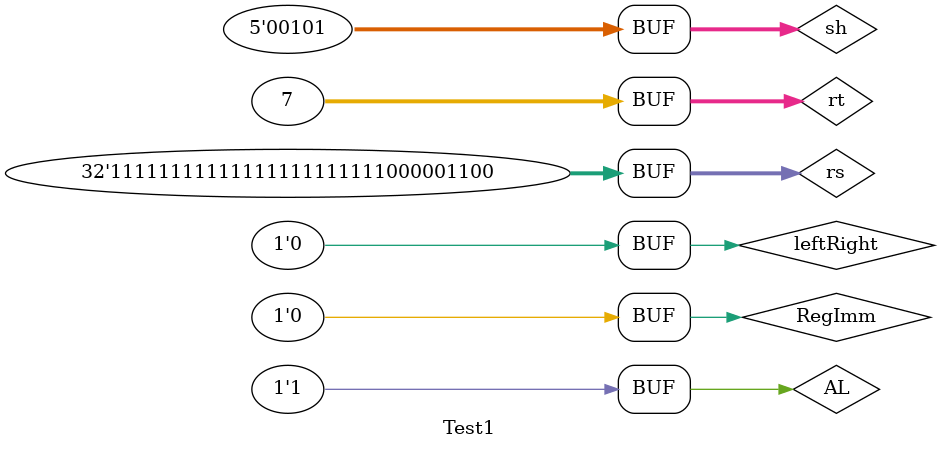
<source format=v>
`timescale 1ns / 1ps


module Test1;

	// Inputs
	reg [4:0] sh;
	reg [31:0] rt;
	reg RegImm;
	reg [31:0] rs;
	reg leftRight;
	reg AL;

	// Outputs
	wire [31:0] out;

	// Instantiate the Unit Under Test (UUT)
	Shifter uut (
		.sh(sh), 
		.rt(rt), 
		.RegImm(RegImm), 
		.rs(rs), 
		.leftRight(leftRight), 
		.AL(AL), 
		.out(out)
	);

	initial begin
		// Initialize Inputs
		sh = 5;
		rt = 7;
		RegImm = 0;
		rs = -500;
		leftRight = 0;
		AL = 1;

		// Wait 100 ns for global reset to finish
		#100;
        
		// Add stimulus here

	end
      
endmodule


</source>
